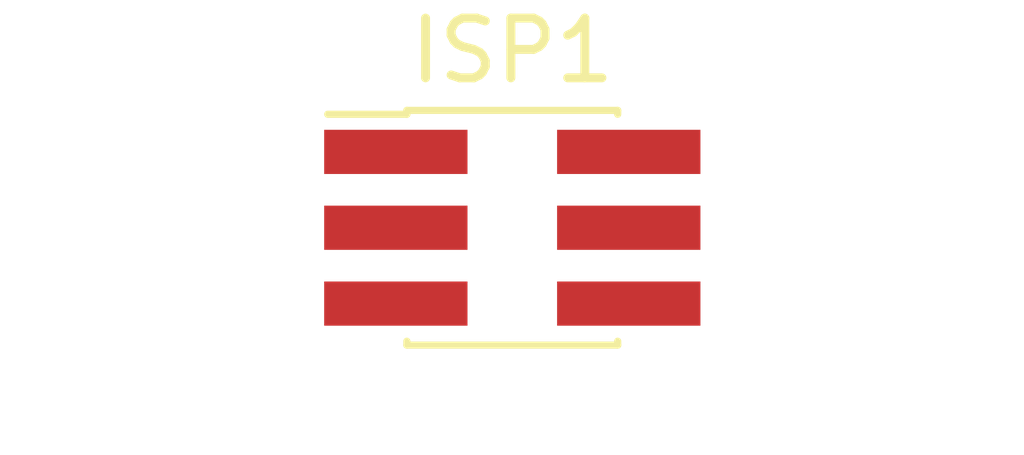
<source format=kicad_pcb>
(kicad_pcb (version 20171130) (host pcbnew "(5.1.10)-1")

  (general
    (thickness 1.6)
    (drawings 0)
    (tracks 0)
    (zones 0)
    (modules 1)
    (nets 7)
  )

  (page A4)
  (layers
    (0 F.Cu signal)
    (31 B.Cu signal)
    (32 B.Adhes user)
    (33 F.Adhes user)
    (34 B.Paste user)
    (35 F.Paste user)
    (36 B.SilkS user)
    (37 F.SilkS user)
    (38 B.Mask user)
    (39 F.Mask user)
    (40 Dwgs.User user)
    (41 Cmts.User user)
    (42 Eco1.User user)
    (43 Eco2.User user)
    (44 Edge.Cuts user)
    (45 Margin user)
    (46 B.CrtYd user)
    (47 F.CrtYd user)
    (48 B.Fab user)
    (49 F.Fab user)
  )

  (setup
    (last_trace_width 0.25)
    (trace_clearance 0.2)
    (zone_clearance 0.508)
    (zone_45_only no)
    (trace_min 0.2)
    (via_size 0.8)
    (via_drill 0.4)
    (via_min_size 0.4)
    (via_min_drill 0.3)
    (uvia_size 0.3)
    (uvia_drill 0.1)
    (uvias_allowed no)
    (uvia_min_size 0.2)
    (uvia_min_drill 0.1)
    (edge_width 0.05)
    (segment_width 0.2)
    (pcb_text_width 0.3)
    (pcb_text_size 1.5 1.5)
    (mod_edge_width 0.12)
    (mod_text_size 1 1)
    (mod_text_width 0.15)
    (pad_size 1.524 1.524)
    (pad_drill 0.762)
    (pad_to_mask_clearance 0)
    (aux_axis_origin 0 0)
    (visible_elements FFFFFF7F)
    (pcbplotparams
      (layerselection 0x010fc_ffffffff)
      (usegerberextensions false)
      (usegerberattributes true)
      (usegerberadvancedattributes true)
      (creategerberjobfile true)
      (excludeedgelayer true)
      (linewidth 0.100000)
      (plotframeref false)
      (viasonmask false)
      (mode 1)
      (useauxorigin false)
      (hpglpennumber 1)
      (hpglpenspeed 20)
      (hpglpendiameter 15.000000)
      (psnegative false)
      (psa4output false)
      (plotreference true)
      (plotvalue true)
      (plotinvisibletext false)
      (padsonsilk false)
      (subtractmaskfromsilk false)
      (outputformat 1)
      (mirror false)
      (drillshape 1)
      (scaleselection 1)
      (outputdirectory ""))
  )

  (net 0 "")
  (net 1 /VCC)
  (net 2 /MISO)
  (net 3 /MOSI)
  (net 4 /SCK)
  (net 5 /GND)
  (net 6 /RST)

  (net_class Default "This is the default net class."
    (clearance 0.2)
    (trace_width 0.25)
    (via_dia 0.8)
    (via_drill 0.4)
    (uvia_dia 0.3)
    (uvia_drill 0.1)
    (add_net /GND)
    (add_net /MISO)
    (add_net /MOSI)
    (add_net /RST)
    (add_net /SCK)
    (add_net /VCC)
  )

  (module Connector_PinHeader_1.27mm:PinHeader_2x03_P1.27mm_Vertical_SMD (layer F.Cu) (tedit 59FED6E3) (tstamp 60ED1D00)
    (at 127 127)
    (descr "surface-mounted straight pin header, 2x03, 1.27mm pitch, double rows")
    (tags "Surface mounted pin header SMD 2x03 1.27mm double row")
    (path /60EE71FA)
    (attr smd)
    (fp_text reference ISP1 (at 0 -2.965) (layer F.SilkS)
      (effects (font (size 1 1) (thickness 0.15)))
    )
    (fp_text value Conn_02x03_Odd_Even (at 0 2.965) (layer F.Fab)
      (effects (font (size 1 1) (thickness 0.15)))
    )
    (fp_text user %R (at 0 0 90) (layer F.Fab)
      (effects (font (size 1 1) (thickness 0.15)))
    )
    (fp_line (start 1.705 1.905) (end -1.705 1.905) (layer F.Fab) (width 0.1))
    (fp_line (start -1.27 -1.905) (end 1.705 -1.905) (layer F.Fab) (width 0.1))
    (fp_line (start -1.705 1.905) (end -1.705 -1.47) (layer F.Fab) (width 0.1))
    (fp_line (start -1.705 -1.47) (end -1.27 -1.905) (layer F.Fab) (width 0.1))
    (fp_line (start 1.705 -1.905) (end 1.705 1.905) (layer F.Fab) (width 0.1))
    (fp_line (start -1.705 -1.47) (end -2.75 -1.47) (layer F.Fab) (width 0.1))
    (fp_line (start -2.75 -1.47) (end -2.75 -1.07) (layer F.Fab) (width 0.1))
    (fp_line (start -2.75 -1.07) (end -1.705 -1.07) (layer F.Fab) (width 0.1))
    (fp_line (start 1.705 -1.47) (end 2.75 -1.47) (layer F.Fab) (width 0.1))
    (fp_line (start 2.75 -1.47) (end 2.75 -1.07) (layer F.Fab) (width 0.1))
    (fp_line (start 2.75 -1.07) (end 1.705 -1.07) (layer F.Fab) (width 0.1))
    (fp_line (start -1.705 -0.2) (end -2.75 -0.2) (layer F.Fab) (width 0.1))
    (fp_line (start -2.75 -0.2) (end -2.75 0.2) (layer F.Fab) (width 0.1))
    (fp_line (start -2.75 0.2) (end -1.705 0.2) (layer F.Fab) (width 0.1))
    (fp_line (start 1.705 -0.2) (end 2.75 -0.2) (layer F.Fab) (width 0.1))
    (fp_line (start 2.75 -0.2) (end 2.75 0.2) (layer F.Fab) (width 0.1))
    (fp_line (start 2.75 0.2) (end 1.705 0.2) (layer F.Fab) (width 0.1))
    (fp_line (start -1.705 1.07) (end -2.75 1.07) (layer F.Fab) (width 0.1))
    (fp_line (start -2.75 1.07) (end -2.75 1.47) (layer F.Fab) (width 0.1))
    (fp_line (start -2.75 1.47) (end -1.705 1.47) (layer F.Fab) (width 0.1))
    (fp_line (start 1.705 1.07) (end 2.75 1.07) (layer F.Fab) (width 0.1))
    (fp_line (start 2.75 1.07) (end 2.75 1.47) (layer F.Fab) (width 0.1))
    (fp_line (start 2.75 1.47) (end 1.705 1.47) (layer F.Fab) (width 0.1))
    (fp_line (start -1.765 -1.965) (end 1.765 -1.965) (layer F.SilkS) (width 0.12))
    (fp_line (start -1.765 1.965) (end 1.765 1.965) (layer F.SilkS) (width 0.12))
    (fp_line (start -3.09 -1.9) (end -1.765 -1.9) (layer F.SilkS) (width 0.12))
    (fp_line (start -1.765 -1.965) (end -1.765 -1.9) (layer F.SilkS) (width 0.12))
    (fp_line (start 1.765 -1.965) (end 1.765 -1.9) (layer F.SilkS) (width 0.12))
    (fp_line (start -1.765 1.9) (end -1.765 1.965) (layer F.SilkS) (width 0.12))
    (fp_line (start 1.765 1.9) (end 1.765 1.965) (layer F.SilkS) (width 0.12))
    (fp_line (start -4.3 -2.45) (end -4.3 2.45) (layer F.CrtYd) (width 0.05))
    (fp_line (start -4.3 2.45) (end 4.3 2.45) (layer F.CrtYd) (width 0.05))
    (fp_line (start 4.3 2.45) (end 4.3 -2.45) (layer F.CrtYd) (width 0.05))
    (fp_line (start 4.3 -2.45) (end -4.3 -2.45) (layer F.CrtYd) (width 0.05))
    (pad 6 smd rect (at 1.95 1.27) (size 2.4 0.74) (layers F.Cu F.Paste F.Mask)
      (net 1 /VCC))
    (pad 5 smd rect (at -1.95 1.27) (size 2.4 0.74) (layers F.Cu F.Paste F.Mask)
      (net 2 /MISO))
    (pad 4 smd rect (at 1.95 0) (size 2.4 0.74) (layers F.Cu F.Paste F.Mask)
      (net 3 /MOSI))
    (pad 3 smd rect (at -1.95 0) (size 2.4 0.74) (layers F.Cu F.Paste F.Mask)
      (net 4 /SCK))
    (pad 2 smd rect (at 1.95 -1.27) (size 2.4 0.74) (layers F.Cu F.Paste F.Mask)
      (net 5 /GND))
    (pad 1 smd rect (at -1.95 -1.27) (size 2.4 0.74) (layers F.Cu F.Paste F.Mask)
      (net 6 /RST))
    (model ${KISYS3DMOD}/Connector_PinHeader_1.27mm.3dshapes/PinHeader_2x03_P1.27mm_Vertical_SMD.wrl
      (at (xyz 0 0 0))
      (scale (xyz 1 1 1))
      (rotate (xyz 0 0 0))
    )
  )

)

</source>
